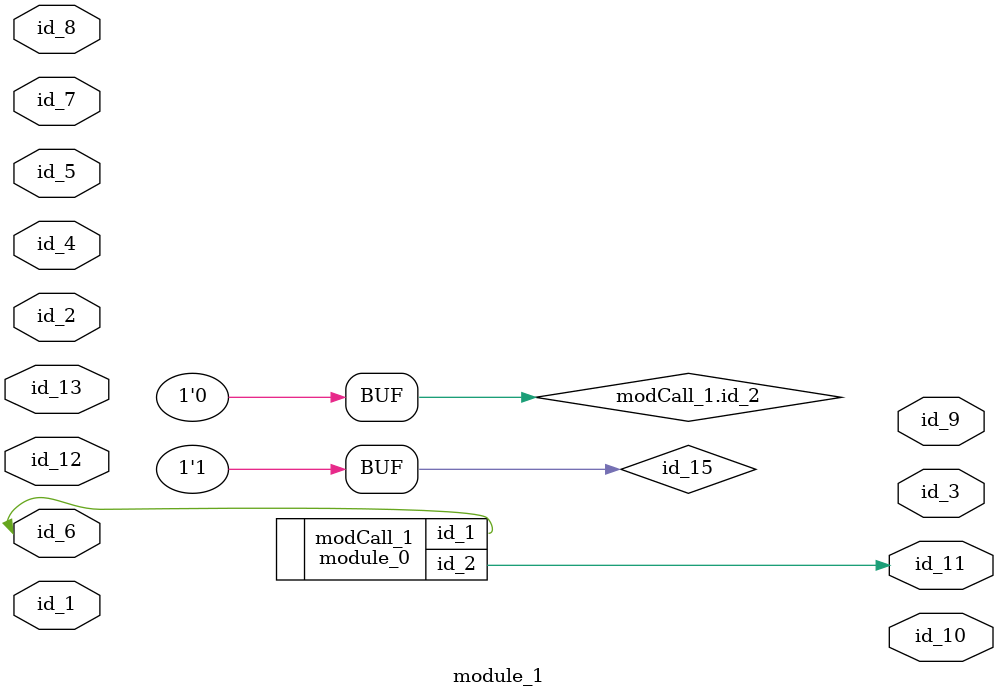
<source format=v>
module module_0 (
    id_1,
    id_2
);
  output wire id_2;
  inout wire id_1;
  assign id_2 = id_1 ? 1 : 1;
  assign id_2 = id_1;
  wire id_3;
endmodule
module module_1 (
    id_1,
    id_2,
    id_3,
    id_4,
    id_5,
    id_6,
    id_7,
    id_8,
    id_9,
    id_10,
    id_11,
    id_12,
    id_13
);
  input wire id_13;
  inout wire id_12;
  output wire id_11;
  output wire id_10;
  output wire id_9;
  input wire id_8;
  input wire id_7;
  inout wire id_6;
  input wire id_5;
  inout wire id_4;
  output wire id_3;
  inout wire id_2;
  inout wire id_1;
  wire id_14;
  module_0 modCall_1 (
      id_6,
      id_11
  );
  assign modCall_1.id_2 = 0;
  wor id_15 = 1;
endmodule

</source>
